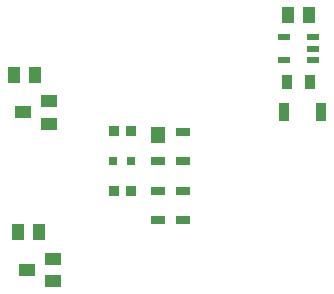
<source format=gtp>
G04 EAGLE Gerber X2 export*
%TF.Part,Single*%
%TF.FileFunction,Paste,Top*%
%TF.FilePolarity,Positive*%
%TF.GenerationSoftware,Autodesk,EAGLE,8.7.0*%
%TF.CreationDate,2018-03-19T15:57:23Z*%
G75*
%MOIN*%
%FSLAX34Y34*%
%LPD*%
%AMOC8*
5,1,8,0,0,1.08239X$1,22.5*%
G01*
%ADD10R,0.051181X0.031496*%
%ADD11R,0.051181X0.055118*%
%ADD12R,0.035433X0.062992*%
%ADD13R,0.031496X0.031496*%
%ADD14R,0.043307X0.055118*%
%ADD15R,0.039370X0.023622*%
%ADD16R,0.055118X0.039370*%
%ADD17R,0.037402X0.037402*%
%ADD18R,0.035433X0.051181*%


D10*
X6268Y6508D03*
X6268Y5524D03*
X6268Y7492D03*
X6268Y8476D03*
X5441Y6508D03*
X5441Y5524D03*
X5441Y7492D03*
D11*
X5441Y8358D03*
D12*
X10860Y9125D03*
X9640Y9125D03*
D13*
X3955Y7500D03*
X4545Y7500D03*
D14*
X10469Y12375D03*
X9781Y12375D03*
D15*
X10597Y10876D03*
X10597Y11250D03*
X10597Y11624D03*
X9653Y11624D03*
X9653Y10876D03*
D16*
X1933Y3501D03*
X1933Y4249D03*
X1067Y3875D03*
X1808Y8751D03*
X1808Y9499D03*
X942Y9125D03*
D14*
X1469Y5125D03*
X781Y5125D03*
X1344Y10375D03*
X656Y10375D03*
D17*
X4535Y8500D03*
X3965Y8500D03*
X4535Y6500D03*
X3965Y6500D03*
D18*
X10499Y10125D03*
X9751Y10125D03*
M02*

</source>
